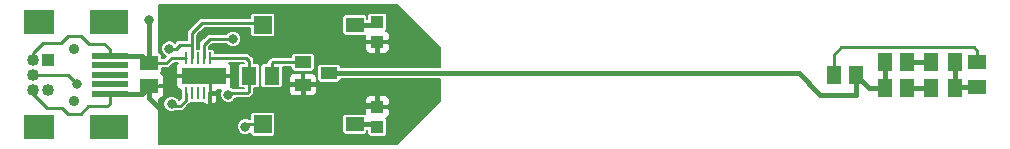
<source format=gtl>
%FSLAX34Y34*%
G04 Gerber Fmt 3.4, Leading zero omitted, Abs format*
G04 (created by PCBNEW (2014-03-01 BZR 4730)-product) date Sun 02 Mar 2014 06:51:04 PM CET*
%MOIN*%
G01*
G70*
G90*
G04 APERTURE LIST*
%ADD10C,0.005906*%
%ADD11R,0.040000X0.040000*%
%ADD12C,0.040000*%
%ADD13R,0.055100X0.039300*%
%ADD14R,0.051100X0.059000*%
%ADD15R,0.059055X0.047244*%
%ADD16R,0.059055X0.059055*%
%ADD17R,0.009843X0.039370*%
%ADD18R,0.145669X0.055118*%
%ADD19R,0.059000X0.051100*%
%ADD20R,0.047244X0.059055*%
%ADD21R,0.043300X0.039300*%
%ADD22R,0.122000X0.019700*%
%ADD23R,0.098400X0.078700*%
%ADD24R,0.129900X0.078700*%
%ADD25C,0.035400*%
%ADD26C,0.031496*%
%ADD27C,0.015748*%
%ADD28C,0.009843*%
%ADD29C,0.007874*%
G04 APERTURE END LIST*
G54D10*
G54D11*
X12297Y-42216D03*
G54D12*
X11797Y-42216D03*
X11797Y-42716D03*
X12297Y-43216D03*
X11797Y-43216D03*
G54D13*
X20787Y-42303D03*
X20787Y-43051D03*
X21653Y-42677D03*
G54D14*
X38484Y-42716D03*
X39232Y-42716D03*
X40925Y-42283D03*
X40177Y-42283D03*
X40925Y-43149D03*
X40177Y-43149D03*
G54D15*
X22519Y-41062D03*
G54D16*
X19448Y-41062D03*
G54D15*
X22519Y-44370D03*
G54D16*
X19448Y-44370D03*
G54D17*
X16889Y-43346D03*
X17086Y-43346D03*
X17283Y-43346D03*
X17480Y-43346D03*
X17677Y-43346D03*
X17677Y-42165D03*
X17480Y-42165D03*
X17283Y-42165D03*
X17086Y-42165D03*
X16889Y-42165D03*
G54D18*
X17480Y-42755D03*
G54D19*
X15669Y-42342D03*
X15669Y-43090D03*
G54D20*
X42538Y-42283D03*
X41712Y-42283D03*
G54D15*
X43267Y-43129D03*
X43267Y-42303D03*
G54D20*
X42538Y-43149D03*
X41712Y-43149D03*
G54D14*
X18996Y-42755D03*
X19744Y-42755D03*
G54D21*
X23267Y-44467D03*
X23267Y-43799D03*
X23267Y-40965D03*
X23267Y-41633D03*
G54D22*
X14350Y-42087D03*
X14350Y-42402D03*
X14350Y-42717D03*
X14350Y-43032D03*
X14350Y-43347D03*
G54D23*
X11987Y-40965D03*
G54D24*
X14310Y-40965D03*
G54D23*
X11988Y-44470D03*
G54D24*
X14310Y-44469D03*
G54D25*
X13149Y-41851D03*
X13149Y-43583D03*
G54D26*
X15669Y-40905D03*
X42538Y-43149D03*
X18858Y-44448D03*
X18464Y-41535D03*
X18307Y-43385D03*
X13267Y-43031D03*
X16417Y-43700D03*
X16338Y-41850D03*
X23267Y-43110D03*
X23267Y-42322D03*
X39232Y-42716D03*
G54D27*
X15669Y-40905D02*
X15669Y-42342D01*
X42538Y-42283D02*
X42538Y-43149D01*
X42538Y-43149D02*
X42559Y-43129D01*
X42559Y-43129D02*
X43425Y-43129D01*
G54D28*
X15669Y-42342D02*
X16240Y-42342D01*
X16240Y-42342D02*
X16417Y-42165D01*
X16417Y-42165D02*
X16889Y-42165D01*
G54D27*
X14350Y-42087D02*
X15413Y-42087D01*
X15413Y-42087D02*
X15669Y-42342D01*
G54D28*
X13661Y-41692D02*
X14173Y-41692D01*
X11797Y-41982D02*
X12125Y-41653D01*
X12125Y-41653D02*
X12716Y-41653D01*
X12716Y-41653D02*
X12952Y-41417D01*
X12952Y-41417D02*
X13385Y-41417D01*
X13385Y-41417D02*
X13661Y-41692D01*
X11797Y-42216D02*
X11797Y-41982D01*
X14350Y-41870D02*
X14350Y-42087D01*
X14173Y-41692D02*
X14350Y-41870D01*
X17480Y-42165D02*
X17480Y-41732D01*
X18937Y-44370D02*
X19448Y-44370D01*
X18858Y-44448D02*
X18937Y-44370D01*
X17677Y-41535D02*
X18464Y-41535D01*
X17480Y-41732D02*
X17677Y-41535D01*
X11797Y-42716D02*
X12952Y-42716D01*
X18996Y-43287D02*
X18996Y-42755D01*
X18937Y-43346D02*
X18996Y-43287D01*
X18346Y-43346D02*
X18937Y-43346D01*
X18307Y-43385D02*
X18346Y-43346D01*
X12952Y-42716D02*
X13267Y-43031D01*
X17677Y-42165D02*
X18897Y-42165D01*
X18996Y-42263D02*
X18996Y-42755D01*
X18897Y-42165D02*
X18996Y-42263D01*
X16889Y-43582D02*
X16889Y-43346D01*
X16692Y-43779D02*
X16889Y-43582D01*
X16496Y-43779D02*
X16692Y-43779D01*
X16417Y-43700D02*
X16496Y-43779D01*
X16338Y-41850D02*
X16574Y-41850D01*
X16692Y-41732D02*
X17086Y-41732D01*
X16574Y-41850D02*
X16692Y-41732D01*
X17440Y-40984D02*
X19370Y-40984D01*
X17440Y-40984D02*
X17086Y-41338D01*
X17086Y-41732D02*
X17086Y-41338D01*
X19370Y-40984D02*
X19448Y-41062D01*
X17086Y-41732D02*
X17086Y-42165D01*
G54D27*
X23267Y-41633D02*
X23267Y-42322D01*
X15669Y-43090D02*
X15669Y-43503D01*
X17283Y-44133D02*
X17677Y-43740D01*
X16299Y-44133D02*
X17283Y-44133D01*
X15669Y-43503D02*
X16299Y-44133D01*
X14350Y-43347D02*
X15412Y-43347D01*
X15412Y-43347D02*
X15669Y-43090D01*
X20787Y-43051D02*
X20787Y-43740D01*
X20787Y-43740D02*
X20787Y-43740D01*
G54D28*
X17283Y-42755D02*
X17362Y-42834D01*
X17677Y-42952D02*
X17677Y-43346D01*
X17559Y-42834D02*
X17677Y-42952D01*
X17362Y-42834D02*
X17559Y-42834D01*
X11797Y-43216D02*
X11797Y-43372D01*
X14350Y-43681D02*
X14350Y-43347D01*
X14251Y-43779D02*
X14350Y-43681D01*
X13622Y-43779D02*
X14251Y-43779D01*
X13385Y-44015D02*
X13622Y-43779D01*
X12952Y-44015D02*
X13385Y-44015D01*
X12755Y-43818D02*
X12952Y-44015D01*
X12244Y-43818D02*
X12755Y-43818D01*
X11797Y-43372D02*
X12244Y-43818D01*
G54D27*
X17677Y-43740D02*
X20787Y-43740D01*
X20787Y-43740D02*
X23127Y-43740D01*
X23127Y-43740D02*
X23264Y-43877D01*
X23264Y-43877D02*
X23264Y-43113D01*
X23264Y-43113D02*
X23267Y-43110D01*
X23267Y-42322D02*
X23270Y-42319D01*
G54D28*
X17677Y-43346D02*
X17677Y-43740D01*
G54D27*
X14350Y-43347D02*
X14882Y-43347D01*
G54D28*
X38740Y-41811D02*
X43149Y-41811D01*
X38740Y-41811D02*
X38484Y-42066D01*
X38484Y-42716D02*
X38484Y-42066D01*
X43267Y-41929D02*
X43267Y-42303D01*
X43149Y-41811D02*
X43267Y-41929D01*
G54D27*
X41712Y-42283D02*
X40925Y-42283D01*
X40925Y-43149D02*
X41712Y-43149D01*
G54D28*
X19744Y-42755D02*
X19744Y-42342D01*
X19783Y-42303D02*
X20787Y-42303D01*
X19744Y-42342D02*
X19783Y-42303D01*
G54D27*
X39212Y-43385D02*
X39232Y-43366D01*
X38031Y-43385D02*
X37322Y-42677D01*
X21653Y-42677D02*
X37322Y-42677D01*
X39212Y-43385D02*
X38031Y-43385D01*
X39232Y-43366D02*
X39232Y-42716D01*
X39232Y-42716D02*
X39665Y-43149D01*
X39665Y-43149D02*
X40177Y-43149D01*
X40177Y-42283D02*
X40177Y-43149D01*
X23167Y-44370D02*
X23264Y-44467D01*
X22519Y-44370D02*
X23167Y-44370D01*
X22519Y-41062D02*
X23169Y-41062D01*
X23169Y-41062D02*
X23267Y-40965D01*
X23173Y-40984D02*
X23270Y-40887D01*
G54D10*
G36*
X25354Y-43605D02*
X23920Y-45039D01*
X23681Y-45039D01*
X23681Y-44035D01*
X23681Y-43888D01*
X23681Y-43711D01*
X23681Y-43564D01*
X23651Y-43491D01*
X23595Y-43436D01*
X23523Y-43406D01*
X23445Y-43406D01*
X23356Y-43406D01*
X23307Y-43455D01*
X23307Y-43760D01*
X23631Y-43760D01*
X23681Y-43711D01*
X23681Y-43888D01*
X23631Y-43839D01*
X23307Y-43839D01*
X23307Y-43847D01*
X23228Y-43847D01*
X23228Y-43839D01*
X23228Y-43760D01*
X23228Y-43455D01*
X23179Y-43406D01*
X23090Y-43406D01*
X23012Y-43406D01*
X22939Y-43436D01*
X22884Y-43491D01*
X22854Y-43564D01*
X22854Y-43711D01*
X22903Y-43760D01*
X23228Y-43760D01*
X23228Y-43839D01*
X22903Y-43839D01*
X22854Y-43888D01*
X22854Y-44022D01*
X22838Y-44015D01*
X22791Y-44015D01*
X22200Y-44015D01*
X22157Y-44033D01*
X22124Y-44066D01*
X22106Y-44110D01*
X22106Y-44157D01*
X22106Y-44629D01*
X22124Y-44673D01*
X22157Y-44706D01*
X22200Y-44724D01*
X22247Y-44724D01*
X22838Y-44724D01*
X22881Y-44706D01*
X22915Y-44673D01*
X22933Y-44629D01*
X22933Y-44582D01*
X22933Y-44566D01*
X22933Y-44566D01*
X22933Y-44687D01*
X22951Y-44731D01*
X22984Y-44764D01*
X23027Y-44782D01*
X23074Y-44782D01*
X23507Y-44782D01*
X23551Y-44764D01*
X23584Y-44731D01*
X23602Y-44687D01*
X23602Y-44640D01*
X23602Y-44247D01*
X23584Y-44204D01*
X23558Y-44178D01*
X23595Y-44163D01*
X23651Y-44107D01*
X23681Y-44035D01*
X23681Y-45039D01*
X21259Y-45039D01*
X21259Y-43286D01*
X21259Y-43139D01*
X21259Y-42962D01*
X21259Y-42815D01*
X21229Y-42743D01*
X21181Y-42694D01*
X21181Y-42523D01*
X21181Y-42476D01*
X21181Y-42083D01*
X21163Y-42039D01*
X21129Y-42006D01*
X21086Y-41988D01*
X21039Y-41988D01*
X20488Y-41988D01*
X20445Y-42006D01*
X20411Y-42039D01*
X20393Y-42083D01*
X20393Y-42130D01*
X20393Y-42135D01*
X19783Y-42135D01*
X19719Y-42148D01*
X19701Y-42160D01*
X19665Y-42184D01*
X19625Y-42224D01*
X19589Y-42278D01*
X19587Y-42289D01*
X19576Y-42342D01*
X19576Y-42342D01*
X19465Y-42342D01*
X19421Y-42360D01*
X19388Y-42394D01*
X19370Y-42437D01*
X19370Y-42484D01*
X19370Y-43074D01*
X19388Y-43117D01*
X19421Y-43151D01*
X19465Y-43169D01*
X19512Y-43169D01*
X20023Y-43169D01*
X20066Y-43151D01*
X20099Y-43117D01*
X20117Y-43074D01*
X20117Y-43027D01*
X20117Y-42470D01*
X20393Y-42470D01*
X20393Y-42523D01*
X20411Y-42566D01*
X20445Y-42599D01*
X20488Y-42617D01*
X20535Y-42617D01*
X21086Y-42617D01*
X21129Y-42599D01*
X21163Y-42566D01*
X21181Y-42523D01*
X21181Y-42694D01*
X21174Y-42687D01*
X21102Y-42657D01*
X21023Y-42657D01*
X20876Y-42657D01*
X20826Y-42707D01*
X20826Y-43011D01*
X21210Y-43011D01*
X21259Y-42962D01*
X21259Y-43139D01*
X21210Y-43090D01*
X20826Y-43090D01*
X20826Y-43395D01*
X20876Y-43444D01*
X21023Y-43444D01*
X21102Y-43444D01*
X21174Y-43414D01*
X21229Y-43359D01*
X21259Y-43286D01*
X21259Y-45039D01*
X20748Y-45039D01*
X20748Y-43395D01*
X20748Y-43090D01*
X20748Y-43011D01*
X20748Y-42707D01*
X20698Y-42657D01*
X20551Y-42657D01*
X20472Y-42657D01*
X20400Y-42687D01*
X20345Y-42743D01*
X20315Y-42815D01*
X20315Y-42962D01*
X20364Y-43011D01*
X20748Y-43011D01*
X20748Y-43090D01*
X20364Y-43090D01*
X20315Y-43139D01*
X20315Y-43286D01*
X20345Y-43359D01*
X20400Y-43414D01*
X20472Y-43444D01*
X20551Y-43444D01*
X20698Y-43444D01*
X20748Y-43395D01*
X20748Y-45039D01*
X19862Y-45039D01*
X19862Y-44688D01*
X19862Y-44641D01*
X19862Y-44051D01*
X19844Y-44007D01*
X19810Y-43974D01*
X19767Y-43956D01*
X19720Y-43956D01*
X19130Y-43956D01*
X19086Y-43974D01*
X19053Y-44007D01*
X19035Y-44051D01*
X19035Y-44098D01*
X19035Y-44202D01*
X18984Y-44202D01*
X18913Y-44173D01*
X18803Y-44173D01*
X18702Y-44215D01*
X18624Y-44292D01*
X18582Y-44393D01*
X18582Y-44503D01*
X18624Y-44604D01*
X18701Y-44682D01*
X18803Y-44724D01*
X18912Y-44724D01*
X19014Y-44682D01*
X19035Y-44661D01*
X19035Y-44688D01*
X19053Y-44732D01*
X19086Y-44765D01*
X19130Y-44783D01*
X19177Y-44783D01*
X19767Y-44783D01*
X19810Y-44765D01*
X19844Y-44732D01*
X19862Y-44688D01*
X19862Y-45039D01*
X17923Y-45039D01*
X17923Y-43582D01*
X17923Y-43435D01*
X17874Y-43385D01*
X17701Y-43385D01*
X17701Y-43690D01*
X17750Y-43740D01*
X17765Y-43740D01*
X17837Y-43710D01*
X17893Y-43654D01*
X17923Y-43582D01*
X17923Y-45039D01*
X15984Y-45039D01*
X15984Y-43542D01*
X16003Y-43542D01*
X16075Y-43512D01*
X16131Y-43457D01*
X16161Y-43385D01*
X16161Y-43179D01*
X16111Y-43129D01*
X15984Y-43129D01*
X15984Y-43051D01*
X16111Y-43051D01*
X16161Y-43001D01*
X16161Y-42795D01*
X16131Y-42723D01*
X16075Y-42668D01*
X16064Y-42663D01*
X16082Y-42621D01*
X16082Y-42574D01*
X16082Y-42509D01*
X16240Y-42509D01*
X16240Y-42509D01*
X16293Y-42499D01*
X16304Y-42497D01*
X16304Y-42497D01*
X16358Y-42460D01*
X16486Y-42332D01*
X16621Y-42332D01*
X16585Y-42368D01*
X16555Y-42441D01*
X16555Y-42667D01*
X16604Y-42716D01*
X17440Y-42716D01*
X17440Y-42708D01*
X17519Y-42708D01*
X17519Y-42716D01*
X18356Y-42716D01*
X18405Y-42667D01*
X18405Y-42441D01*
X18375Y-42368D01*
X18339Y-42332D01*
X18828Y-42332D01*
X18828Y-42333D01*
X18828Y-42342D01*
X18717Y-42342D01*
X18673Y-42360D01*
X18640Y-42394D01*
X18622Y-42437D01*
X18622Y-42484D01*
X18622Y-43074D01*
X18640Y-43117D01*
X18673Y-43151D01*
X18717Y-43169D01*
X18764Y-43169D01*
X18828Y-43169D01*
X18828Y-43179D01*
X18490Y-43179D01*
X18463Y-43152D01*
X18385Y-43119D01*
X18405Y-43070D01*
X18405Y-42844D01*
X18356Y-42795D01*
X17519Y-42795D01*
X17519Y-42803D01*
X17440Y-42803D01*
X17440Y-42795D01*
X16604Y-42795D01*
X16555Y-42844D01*
X16555Y-43070D01*
X16585Y-43143D01*
X16640Y-43198D01*
X16712Y-43228D01*
X16722Y-43228D01*
X16722Y-43346D01*
X16722Y-43513D01*
X16662Y-43573D01*
X16651Y-43544D01*
X16573Y-43467D01*
X16472Y-43425D01*
X16362Y-43425D01*
X16261Y-43467D01*
X16183Y-43544D01*
X16141Y-43645D01*
X16141Y-43755D01*
X16183Y-43856D01*
X16261Y-43934D01*
X16362Y-43976D01*
X16471Y-43976D01*
X16543Y-43946D01*
X16692Y-43946D01*
X16692Y-43946D01*
X16746Y-43936D01*
X16756Y-43934D01*
X16756Y-43934D01*
X16811Y-43897D01*
X17008Y-43700D01*
X17008Y-43700D01*
X17034Y-43661D01*
X17034Y-43661D01*
X17060Y-43661D01*
X17159Y-43661D01*
X17185Y-43650D01*
X17210Y-43661D01*
X17257Y-43661D01*
X17356Y-43661D01*
X17381Y-43650D01*
X17407Y-43661D01*
X17454Y-43661D01*
X17467Y-43661D01*
X17516Y-43710D01*
X17588Y-43740D01*
X17603Y-43740D01*
X17652Y-43690D01*
X17652Y-43385D01*
X17647Y-43385D01*
X17647Y-43307D01*
X17652Y-43307D01*
X17652Y-43299D01*
X17701Y-43299D01*
X17701Y-43307D01*
X17874Y-43307D01*
X17923Y-43257D01*
X17923Y-43228D01*
X18074Y-43228D01*
X18073Y-43229D01*
X18031Y-43330D01*
X18031Y-43440D01*
X18073Y-43541D01*
X18150Y-43619D01*
X18252Y-43661D01*
X18361Y-43661D01*
X18462Y-43619D01*
X18540Y-43542D01*
X18552Y-43513D01*
X18937Y-43513D01*
X18937Y-43513D01*
X18990Y-43503D01*
X19001Y-43501D01*
X19001Y-43501D01*
X19055Y-43464D01*
X19114Y-43405D01*
X19114Y-43405D01*
X19150Y-43351D01*
X19150Y-43351D01*
X19163Y-43287D01*
X19163Y-43169D01*
X19275Y-43169D01*
X19318Y-43151D01*
X19351Y-43117D01*
X19369Y-43074D01*
X19369Y-43027D01*
X19369Y-42437D01*
X19351Y-42394D01*
X19318Y-42360D01*
X19275Y-42342D01*
X19228Y-42342D01*
X19163Y-42342D01*
X19163Y-42263D01*
X19152Y-42210D01*
X19150Y-42199D01*
X19150Y-42199D01*
X19114Y-42145D01*
X19015Y-42047D01*
X18961Y-42010D01*
X18951Y-42008D01*
X18897Y-41998D01*
X17844Y-41998D01*
X17844Y-41945D01*
X17826Y-41901D01*
X17793Y-41868D01*
X17749Y-41850D01*
X17702Y-41850D01*
X17647Y-41850D01*
X17647Y-41801D01*
X17746Y-41702D01*
X18242Y-41702D01*
X18308Y-41768D01*
X18409Y-41810D01*
X18519Y-41811D01*
X18620Y-41769D01*
X18698Y-41691D01*
X18740Y-41590D01*
X18740Y-41480D01*
X18698Y-41379D01*
X18620Y-41301D01*
X18519Y-41259D01*
X18409Y-41259D01*
X18308Y-41301D01*
X18242Y-41368D01*
X17677Y-41368D01*
X17613Y-41380D01*
X17558Y-41417D01*
X17362Y-41613D01*
X17325Y-41668D01*
X17323Y-41678D01*
X17312Y-41732D01*
X17312Y-41850D01*
X17309Y-41850D01*
X17253Y-41850D01*
X17253Y-41732D01*
X17253Y-41407D01*
X17510Y-41151D01*
X19035Y-41151D01*
X19035Y-41381D01*
X19053Y-41425D01*
X19086Y-41458D01*
X19130Y-41476D01*
X19177Y-41476D01*
X19767Y-41476D01*
X19810Y-41458D01*
X19844Y-41425D01*
X19862Y-41381D01*
X19862Y-41334D01*
X19862Y-40744D01*
X19844Y-40700D01*
X19810Y-40667D01*
X19767Y-40649D01*
X19720Y-40649D01*
X19130Y-40649D01*
X19086Y-40667D01*
X19053Y-40700D01*
X19035Y-40744D01*
X19035Y-40791D01*
X19035Y-40816D01*
X17440Y-40816D01*
X17376Y-40829D01*
X17358Y-40841D01*
X17322Y-40865D01*
X16968Y-41220D01*
X16932Y-41274D01*
X16929Y-41285D01*
X16919Y-41338D01*
X16919Y-41564D01*
X16692Y-41564D01*
X16639Y-41575D01*
X16628Y-41577D01*
X16574Y-41613D01*
X16533Y-41655D01*
X16494Y-41616D01*
X16393Y-41574D01*
X16284Y-41574D01*
X16182Y-41616D01*
X16105Y-41694D01*
X16063Y-41795D01*
X16062Y-41904D01*
X16104Y-42006D01*
X16182Y-42083D01*
X16238Y-42107D01*
X16170Y-42175D01*
X16082Y-42175D01*
X16082Y-42063D01*
X16064Y-42020D01*
X16031Y-41986D01*
X15987Y-41968D01*
X15984Y-41968D01*
X15984Y-40393D01*
X23920Y-40393D01*
X25354Y-41827D01*
X25354Y-42480D01*
X23681Y-42480D01*
X23681Y-41868D01*
X23681Y-41721D01*
X23681Y-41544D01*
X23681Y-41397D01*
X23651Y-41325D01*
X23595Y-41269D01*
X23558Y-41254D01*
X23584Y-41228D01*
X23602Y-41185D01*
X23602Y-41138D01*
X23602Y-40745D01*
X23584Y-40701D01*
X23551Y-40668D01*
X23507Y-40650D01*
X23460Y-40650D01*
X23027Y-40650D01*
X22984Y-40668D01*
X22951Y-40701D01*
X22933Y-40745D01*
X22933Y-40792D01*
X22933Y-40866D01*
X22933Y-40866D01*
X22933Y-40803D01*
X22915Y-40759D01*
X22881Y-40726D01*
X22838Y-40708D01*
X22791Y-40708D01*
X22200Y-40708D01*
X22157Y-40726D01*
X22124Y-40759D01*
X22106Y-40803D01*
X22106Y-40850D01*
X22106Y-41322D01*
X22124Y-41366D01*
X22157Y-41399D01*
X22200Y-41417D01*
X22247Y-41417D01*
X22838Y-41417D01*
X22854Y-41410D01*
X22854Y-41544D01*
X22903Y-41593D01*
X23228Y-41593D01*
X23228Y-41585D01*
X23307Y-41585D01*
X23307Y-41593D01*
X23631Y-41593D01*
X23681Y-41544D01*
X23681Y-41721D01*
X23631Y-41672D01*
X23307Y-41672D01*
X23307Y-41977D01*
X23356Y-42026D01*
X23445Y-42026D01*
X23523Y-42026D01*
X23595Y-41996D01*
X23651Y-41941D01*
X23681Y-41868D01*
X23681Y-42480D01*
X23228Y-42480D01*
X23228Y-41977D01*
X23228Y-41672D01*
X22903Y-41672D01*
X22854Y-41721D01*
X22854Y-41868D01*
X22884Y-41941D01*
X22939Y-41996D01*
X23012Y-42026D01*
X23090Y-42026D01*
X23179Y-42026D01*
X23228Y-41977D01*
X23228Y-42480D01*
X22047Y-42480D01*
X22047Y-42457D01*
X22029Y-42413D01*
X21995Y-42380D01*
X21952Y-42362D01*
X21905Y-42362D01*
X21354Y-42362D01*
X21311Y-42380D01*
X21277Y-42413D01*
X21259Y-42457D01*
X21259Y-42504D01*
X21259Y-42897D01*
X21277Y-42940D01*
X21311Y-42973D01*
X21354Y-42991D01*
X21401Y-42991D01*
X21952Y-42991D01*
X21995Y-42973D01*
X22029Y-42940D01*
X22047Y-42897D01*
X22047Y-42874D01*
X25354Y-42874D01*
X25354Y-43605D01*
X25354Y-43605D01*
G37*
G54D29*
X25354Y-43605D02*
X23920Y-45039D01*
X23681Y-45039D01*
X23681Y-44035D01*
X23681Y-43888D01*
X23681Y-43711D01*
X23681Y-43564D01*
X23651Y-43491D01*
X23595Y-43436D01*
X23523Y-43406D01*
X23445Y-43406D01*
X23356Y-43406D01*
X23307Y-43455D01*
X23307Y-43760D01*
X23631Y-43760D01*
X23681Y-43711D01*
X23681Y-43888D01*
X23631Y-43839D01*
X23307Y-43839D01*
X23307Y-43847D01*
X23228Y-43847D01*
X23228Y-43839D01*
X23228Y-43760D01*
X23228Y-43455D01*
X23179Y-43406D01*
X23090Y-43406D01*
X23012Y-43406D01*
X22939Y-43436D01*
X22884Y-43491D01*
X22854Y-43564D01*
X22854Y-43711D01*
X22903Y-43760D01*
X23228Y-43760D01*
X23228Y-43839D01*
X22903Y-43839D01*
X22854Y-43888D01*
X22854Y-44022D01*
X22838Y-44015D01*
X22791Y-44015D01*
X22200Y-44015D01*
X22157Y-44033D01*
X22124Y-44066D01*
X22106Y-44110D01*
X22106Y-44157D01*
X22106Y-44629D01*
X22124Y-44673D01*
X22157Y-44706D01*
X22200Y-44724D01*
X22247Y-44724D01*
X22838Y-44724D01*
X22881Y-44706D01*
X22915Y-44673D01*
X22933Y-44629D01*
X22933Y-44582D01*
X22933Y-44566D01*
X22933Y-44566D01*
X22933Y-44687D01*
X22951Y-44731D01*
X22984Y-44764D01*
X23027Y-44782D01*
X23074Y-44782D01*
X23507Y-44782D01*
X23551Y-44764D01*
X23584Y-44731D01*
X23602Y-44687D01*
X23602Y-44640D01*
X23602Y-44247D01*
X23584Y-44204D01*
X23558Y-44178D01*
X23595Y-44163D01*
X23651Y-44107D01*
X23681Y-44035D01*
X23681Y-45039D01*
X21259Y-45039D01*
X21259Y-43286D01*
X21259Y-43139D01*
X21259Y-42962D01*
X21259Y-42815D01*
X21229Y-42743D01*
X21181Y-42694D01*
X21181Y-42523D01*
X21181Y-42476D01*
X21181Y-42083D01*
X21163Y-42039D01*
X21129Y-42006D01*
X21086Y-41988D01*
X21039Y-41988D01*
X20488Y-41988D01*
X20445Y-42006D01*
X20411Y-42039D01*
X20393Y-42083D01*
X20393Y-42130D01*
X20393Y-42135D01*
X19783Y-42135D01*
X19719Y-42148D01*
X19701Y-42160D01*
X19665Y-42184D01*
X19625Y-42224D01*
X19589Y-42278D01*
X19587Y-42289D01*
X19576Y-42342D01*
X19576Y-42342D01*
X19465Y-42342D01*
X19421Y-42360D01*
X19388Y-42394D01*
X19370Y-42437D01*
X19370Y-42484D01*
X19370Y-43074D01*
X19388Y-43117D01*
X19421Y-43151D01*
X19465Y-43169D01*
X19512Y-43169D01*
X20023Y-43169D01*
X20066Y-43151D01*
X20099Y-43117D01*
X20117Y-43074D01*
X20117Y-43027D01*
X20117Y-42470D01*
X20393Y-42470D01*
X20393Y-42523D01*
X20411Y-42566D01*
X20445Y-42599D01*
X20488Y-42617D01*
X20535Y-42617D01*
X21086Y-42617D01*
X21129Y-42599D01*
X21163Y-42566D01*
X21181Y-42523D01*
X21181Y-42694D01*
X21174Y-42687D01*
X21102Y-42657D01*
X21023Y-42657D01*
X20876Y-42657D01*
X20826Y-42707D01*
X20826Y-43011D01*
X21210Y-43011D01*
X21259Y-42962D01*
X21259Y-43139D01*
X21210Y-43090D01*
X20826Y-43090D01*
X20826Y-43395D01*
X20876Y-43444D01*
X21023Y-43444D01*
X21102Y-43444D01*
X21174Y-43414D01*
X21229Y-43359D01*
X21259Y-43286D01*
X21259Y-45039D01*
X20748Y-45039D01*
X20748Y-43395D01*
X20748Y-43090D01*
X20748Y-43011D01*
X20748Y-42707D01*
X20698Y-42657D01*
X20551Y-42657D01*
X20472Y-42657D01*
X20400Y-42687D01*
X20345Y-42743D01*
X20315Y-42815D01*
X20315Y-42962D01*
X20364Y-43011D01*
X20748Y-43011D01*
X20748Y-43090D01*
X20364Y-43090D01*
X20315Y-43139D01*
X20315Y-43286D01*
X20345Y-43359D01*
X20400Y-43414D01*
X20472Y-43444D01*
X20551Y-43444D01*
X20698Y-43444D01*
X20748Y-43395D01*
X20748Y-45039D01*
X19862Y-45039D01*
X19862Y-44688D01*
X19862Y-44641D01*
X19862Y-44051D01*
X19844Y-44007D01*
X19810Y-43974D01*
X19767Y-43956D01*
X19720Y-43956D01*
X19130Y-43956D01*
X19086Y-43974D01*
X19053Y-44007D01*
X19035Y-44051D01*
X19035Y-44098D01*
X19035Y-44202D01*
X18984Y-44202D01*
X18913Y-44173D01*
X18803Y-44173D01*
X18702Y-44215D01*
X18624Y-44292D01*
X18582Y-44393D01*
X18582Y-44503D01*
X18624Y-44604D01*
X18701Y-44682D01*
X18803Y-44724D01*
X18912Y-44724D01*
X19014Y-44682D01*
X19035Y-44661D01*
X19035Y-44688D01*
X19053Y-44732D01*
X19086Y-44765D01*
X19130Y-44783D01*
X19177Y-44783D01*
X19767Y-44783D01*
X19810Y-44765D01*
X19844Y-44732D01*
X19862Y-44688D01*
X19862Y-45039D01*
X17923Y-45039D01*
X17923Y-43582D01*
X17923Y-43435D01*
X17874Y-43385D01*
X17701Y-43385D01*
X17701Y-43690D01*
X17750Y-43740D01*
X17765Y-43740D01*
X17837Y-43710D01*
X17893Y-43654D01*
X17923Y-43582D01*
X17923Y-45039D01*
X15984Y-45039D01*
X15984Y-43542D01*
X16003Y-43542D01*
X16075Y-43512D01*
X16131Y-43457D01*
X16161Y-43385D01*
X16161Y-43179D01*
X16111Y-43129D01*
X15984Y-43129D01*
X15984Y-43051D01*
X16111Y-43051D01*
X16161Y-43001D01*
X16161Y-42795D01*
X16131Y-42723D01*
X16075Y-42668D01*
X16064Y-42663D01*
X16082Y-42621D01*
X16082Y-42574D01*
X16082Y-42509D01*
X16240Y-42509D01*
X16240Y-42509D01*
X16293Y-42499D01*
X16304Y-42497D01*
X16304Y-42497D01*
X16358Y-42460D01*
X16486Y-42332D01*
X16621Y-42332D01*
X16585Y-42368D01*
X16555Y-42441D01*
X16555Y-42667D01*
X16604Y-42716D01*
X17440Y-42716D01*
X17440Y-42708D01*
X17519Y-42708D01*
X17519Y-42716D01*
X18356Y-42716D01*
X18405Y-42667D01*
X18405Y-42441D01*
X18375Y-42368D01*
X18339Y-42332D01*
X18828Y-42332D01*
X18828Y-42333D01*
X18828Y-42342D01*
X18717Y-42342D01*
X18673Y-42360D01*
X18640Y-42394D01*
X18622Y-42437D01*
X18622Y-42484D01*
X18622Y-43074D01*
X18640Y-43117D01*
X18673Y-43151D01*
X18717Y-43169D01*
X18764Y-43169D01*
X18828Y-43169D01*
X18828Y-43179D01*
X18490Y-43179D01*
X18463Y-43152D01*
X18385Y-43119D01*
X18405Y-43070D01*
X18405Y-42844D01*
X18356Y-42795D01*
X17519Y-42795D01*
X17519Y-42803D01*
X17440Y-42803D01*
X17440Y-42795D01*
X16604Y-42795D01*
X16555Y-42844D01*
X16555Y-43070D01*
X16585Y-43143D01*
X16640Y-43198D01*
X16712Y-43228D01*
X16722Y-43228D01*
X16722Y-43346D01*
X16722Y-43513D01*
X16662Y-43573D01*
X16651Y-43544D01*
X16573Y-43467D01*
X16472Y-43425D01*
X16362Y-43425D01*
X16261Y-43467D01*
X16183Y-43544D01*
X16141Y-43645D01*
X16141Y-43755D01*
X16183Y-43856D01*
X16261Y-43934D01*
X16362Y-43976D01*
X16471Y-43976D01*
X16543Y-43946D01*
X16692Y-43946D01*
X16692Y-43946D01*
X16746Y-43936D01*
X16756Y-43934D01*
X16756Y-43934D01*
X16811Y-43897D01*
X17008Y-43700D01*
X17008Y-43700D01*
X17034Y-43661D01*
X17034Y-43661D01*
X17060Y-43661D01*
X17159Y-43661D01*
X17185Y-43650D01*
X17210Y-43661D01*
X17257Y-43661D01*
X17356Y-43661D01*
X17381Y-43650D01*
X17407Y-43661D01*
X17454Y-43661D01*
X17467Y-43661D01*
X17516Y-43710D01*
X17588Y-43740D01*
X17603Y-43740D01*
X17652Y-43690D01*
X17652Y-43385D01*
X17647Y-43385D01*
X17647Y-43307D01*
X17652Y-43307D01*
X17652Y-43299D01*
X17701Y-43299D01*
X17701Y-43307D01*
X17874Y-43307D01*
X17923Y-43257D01*
X17923Y-43228D01*
X18074Y-43228D01*
X18073Y-43229D01*
X18031Y-43330D01*
X18031Y-43440D01*
X18073Y-43541D01*
X18150Y-43619D01*
X18252Y-43661D01*
X18361Y-43661D01*
X18462Y-43619D01*
X18540Y-43542D01*
X18552Y-43513D01*
X18937Y-43513D01*
X18937Y-43513D01*
X18990Y-43503D01*
X19001Y-43501D01*
X19001Y-43501D01*
X19055Y-43464D01*
X19114Y-43405D01*
X19114Y-43405D01*
X19150Y-43351D01*
X19150Y-43351D01*
X19163Y-43287D01*
X19163Y-43169D01*
X19275Y-43169D01*
X19318Y-43151D01*
X19351Y-43117D01*
X19369Y-43074D01*
X19369Y-43027D01*
X19369Y-42437D01*
X19351Y-42394D01*
X19318Y-42360D01*
X19275Y-42342D01*
X19228Y-42342D01*
X19163Y-42342D01*
X19163Y-42263D01*
X19152Y-42210D01*
X19150Y-42199D01*
X19150Y-42199D01*
X19114Y-42145D01*
X19015Y-42047D01*
X18961Y-42010D01*
X18951Y-42008D01*
X18897Y-41998D01*
X17844Y-41998D01*
X17844Y-41945D01*
X17826Y-41901D01*
X17793Y-41868D01*
X17749Y-41850D01*
X17702Y-41850D01*
X17647Y-41850D01*
X17647Y-41801D01*
X17746Y-41702D01*
X18242Y-41702D01*
X18308Y-41768D01*
X18409Y-41810D01*
X18519Y-41811D01*
X18620Y-41769D01*
X18698Y-41691D01*
X18740Y-41590D01*
X18740Y-41480D01*
X18698Y-41379D01*
X18620Y-41301D01*
X18519Y-41259D01*
X18409Y-41259D01*
X18308Y-41301D01*
X18242Y-41368D01*
X17677Y-41368D01*
X17613Y-41380D01*
X17558Y-41417D01*
X17362Y-41613D01*
X17325Y-41668D01*
X17323Y-41678D01*
X17312Y-41732D01*
X17312Y-41850D01*
X17309Y-41850D01*
X17253Y-41850D01*
X17253Y-41732D01*
X17253Y-41407D01*
X17510Y-41151D01*
X19035Y-41151D01*
X19035Y-41381D01*
X19053Y-41425D01*
X19086Y-41458D01*
X19130Y-41476D01*
X19177Y-41476D01*
X19767Y-41476D01*
X19810Y-41458D01*
X19844Y-41425D01*
X19862Y-41381D01*
X19862Y-41334D01*
X19862Y-40744D01*
X19844Y-40700D01*
X19810Y-40667D01*
X19767Y-40649D01*
X19720Y-40649D01*
X19130Y-40649D01*
X19086Y-40667D01*
X19053Y-40700D01*
X19035Y-40744D01*
X19035Y-40791D01*
X19035Y-40816D01*
X17440Y-40816D01*
X17376Y-40829D01*
X17358Y-40841D01*
X17322Y-40865D01*
X16968Y-41220D01*
X16932Y-41274D01*
X16929Y-41285D01*
X16919Y-41338D01*
X16919Y-41564D01*
X16692Y-41564D01*
X16639Y-41575D01*
X16628Y-41577D01*
X16574Y-41613D01*
X16533Y-41655D01*
X16494Y-41616D01*
X16393Y-41574D01*
X16284Y-41574D01*
X16182Y-41616D01*
X16105Y-41694D01*
X16063Y-41795D01*
X16062Y-41904D01*
X16104Y-42006D01*
X16182Y-42083D01*
X16238Y-42107D01*
X16170Y-42175D01*
X16082Y-42175D01*
X16082Y-42063D01*
X16064Y-42020D01*
X16031Y-41986D01*
X15987Y-41968D01*
X15984Y-41968D01*
X15984Y-40393D01*
X23920Y-40393D01*
X25354Y-41827D01*
X25354Y-42480D01*
X23681Y-42480D01*
X23681Y-41868D01*
X23681Y-41721D01*
X23681Y-41544D01*
X23681Y-41397D01*
X23651Y-41325D01*
X23595Y-41269D01*
X23558Y-41254D01*
X23584Y-41228D01*
X23602Y-41185D01*
X23602Y-41138D01*
X23602Y-40745D01*
X23584Y-40701D01*
X23551Y-40668D01*
X23507Y-40650D01*
X23460Y-40650D01*
X23027Y-40650D01*
X22984Y-40668D01*
X22951Y-40701D01*
X22933Y-40745D01*
X22933Y-40792D01*
X22933Y-40866D01*
X22933Y-40866D01*
X22933Y-40803D01*
X22915Y-40759D01*
X22881Y-40726D01*
X22838Y-40708D01*
X22791Y-40708D01*
X22200Y-40708D01*
X22157Y-40726D01*
X22124Y-40759D01*
X22106Y-40803D01*
X22106Y-40850D01*
X22106Y-41322D01*
X22124Y-41366D01*
X22157Y-41399D01*
X22200Y-41417D01*
X22247Y-41417D01*
X22838Y-41417D01*
X22854Y-41410D01*
X22854Y-41544D01*
X22903Y-41593D01*
X23228Y-41593D01*
X23228Y-41585D01*
X23307Y-41585D01*
X23307Y-41593D01*
X23631Y-41593D01*
X23681Y-41544D01*
X23681Y-41721D01*
X23631Y-41672D01*
X23307Y-41672D01*
X23307Y-41977D01*
X23356Y-42026D01*
X23445Y-42026D01*
X23523Y-42026D01*
X23595Y-41996D01*
X23651Y-41941D01*
X23681Y-41868D01*
X23681Y-42480D01*
X23228Y-42480D01*
X23228Y-41977D01*
X23228Y-41672D01*
X22903Y-41672D01*
X22854Y-41721D01*
X22854Y-41868D01*
X22884Y-41941D01*
X22939Y-41996D01*
X23012Y-42026D01*
X23090Y-42026D01*
X23179Y-42026D01*
X23228Y-41977D01*
X23228Y-42480D01*
X22047Y-42480D01*
X22047Y-42457D01*
X22029Y-42413D01*
X21995Y-42380D01*
X21952Y-42362D01*
X21905Y-42362D01*
X21354Y-42362D01*
X21311Y-42380D01*
X21277Y-42413D01*
X21259Y-42457D01*
X21259Y-42504D01*
X21259Y-42897D01*
X21277Y-42940D01*
X21311Y-42973D01*
X21354Y-42991D01*
X21401Y-42991D01*
X21952Y-42991D01*
X21995Y-42973D01*
X22029Y-42940D01*
X22047Y-42897D01*
X22047Y-42874D01*
X25354Y-42874D01*
X25354Y-43605D01*
M02*

</source>
